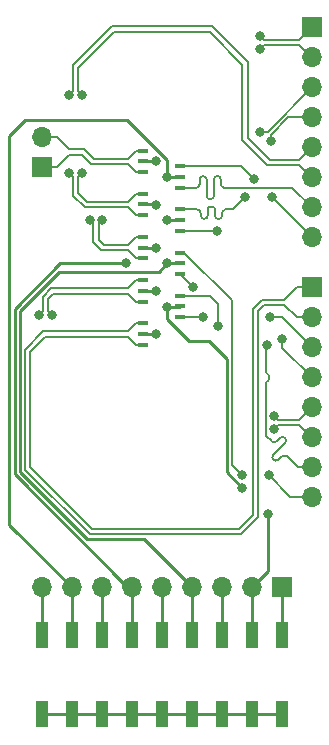
<source format=gtl>
%TF.GenerationSoftware,KiCad,Pcbnew,7.0.5-94-gd77180d9b5*%
%TF.CreationDate,2023-06-13T20:52:47-05:00*%
%TF.ProjectId,Tek P6860 Adapter v.2,54656b20-5036-4383-9630-204164617074,rev?*%
%TF.SameCoordinates,Original*%
%TF.FileFunction,Copper,L1,Top*%
%TF.FilePolarity,Positive*%
%FSLAX46Y46*%
G04 Gerber Fmt 4.6, Leading zero omitted, Abs format (unit mm)*
G04 Created by KiCad (PCBNEW 7.0.5-94-gd77180d9b5) date 2023-06-13 20:52:47*
%MOMM*%
%LPD*%
G01*
G04 APERTURE LIST*
%TA.AperFunction,ComponentPad*%
%ADD10R,1.700000X1.700000*%
%TD*%
%TA.AperFunction,ComponentPad*%
%ADD11O,1.700000X1.700000*%
%TD*%
%TA.AperFunction,SMDPad,CuDef*%
%ADD12R,0.810000X0.410000*%
%TD*%
%TA.AperFunction,SMDPad,CuDef*%
%ADD13R,1.120000X2.160000*%
%TD*%
%TA.AperFunction,ViaPad*%
%ADD14C,0.800000*%
%TD*%
%TA.AperFunction,Conductor*%
%ADD15C,0.200000*%
%TD*%
%TA.AperFunction,Conductor*%
%ADD16C,0.250000*%
%TD*%
G04 APERTURE END LIST*
D10*
%TO.P,J3,1,Pin_1*%
%TO.N,/CLK+*%
X21082000Y-31242000D03*
D11*
%TO.P,J3,2,Pin_2*%
%TO.N,/CLK-*%
X21082000Y-28702000D03*
%TD*%
D12*
%TO.P,J4,A1,D0*%
%TO.N,/D0+*%
X29677000Y-46302000D03*
%TO.P,J4,A2,GND*%
%TO.N,/GND1*%
X29677000Y-45387000D03*
%TO.P,J4,A3,D1*%
%TO.N,/D0-*%
X29677000Y-44482000D03*
%TO.P,J4,A4,D4*%
%TO.N,/D2+*%
X29677000Y-42642000D03*
%TO.P,J4,A5,GND*%
%TO.N,/GND3*%
X29677000Y-41732000D03*
%TO.P,J4,A6,D5*%
%TO.N,/D2-*%
X29677000Y-40822000D03*
%TO.P,J4,A7,D8*%
%TO.N,/D4+*%
X29677000Y-38977000D03*
%TO.P,J4,A8,GND*%
%TO.N,/GND5*%
X29677000Y-38072000D03*
%TO.P,J4,A9,D9*%
%TO.N,/D4-*%
X29677000Y-37162000D03*
%TO.P,J4,A10,D12*%
%TO.N,/D6-*%
X29677000Y-35322000D03*
%TO.P,J4,A11,GND*%
%TO.N,/GND7*%
X29677000Y-34407000D03*
%TO.P,J4,A12,D13*%
%TO.N,/D6+*%
X29677000Y-33502000D03*
%TO.P,J4,A13,CLK+*%
%TO.N,/CLK+*%
X29677000Y-31667000D03*
%TO.P,J4,A14,GND*%
%TO.N,/GND9*%
X29677000Y-30757000D03*
%TO.P,J4,A15,CLK-*%
%TO.N,/CLK-*%
X29677000Y-29847000D03*
%TO.P,J4,B1,D2*%
%TO.N,/D1+*%
X32807000Y-43962000D03*
%TO.P,J4,B2,GND*%
%TO.N,/GND2*%
X32807000Y-43052000D03*
%TO.P,J4,B3,D3*%
%TO.N,/D1-*%
X32812000Y-42142000D03*
%TO.P,J4,B4,D6*%
%TO.N,/D3-*%
X32812000Y-40302000D03*
%TO.P,J4,B5,GND*%
%TO.N,/GND4*%
X32812000Y-39392000D03*
%TO.P,J4,B6,D7*%
%TO.N,/D3+*%
X32812000Y-38482000D03*
%TO.P,J4,B7,D10*%
%TO.N,/D5-*%
X32812000Y-36647000D03*
%TO.P,J4,B8,GND*%
%TO.N,/GND6*%
X32812000Y-35742000D03*
%TO.P,J4,B9,D11*%
%TO.N,/D5+*%
X32812000Y-34832000D03*
%TO.P,J4,B10,D14*%
%TO.N,/D7-*%
X32807000Y-32992000D03*
%TO.P,J4,B11,GND*%
%TO.N,/GND8*%
X32807000Y-32082000D03*
%TO.P,J4,B12,D15*%
%TO.N,/D7+*%
X32812000Y-31172000D03*
%TD*%
D13*
%TO.P,SW1,1*%
%TO.N,/GND1*%
X41402000Y-70866000D03*
%TO.P,SW1,2*%
%TO.N,/GND2*%
X38862000Y-70866000D03*
%TO.P,SW1,3*%
%TO.N,/GND3*%
X36322000Y-70866000D03*
%TO.P,SW1,4*%
%TO.N,/GND4*%
X33782000Y-70866000D03*
%TO.P,SW1,5*%
%TO.N,/GND5*%
X31242000Y-70866000D03*
%TO.P,SW1,6*%
%TO.N,/GND6*%
X28702000Y-70866000D03*
%TO.P,SW1,7*%
%TO.N,/GND7*%
X26162000Y-70866000D03*
%TO.P,SW1,8*%
%TO.N,/GND8*%
X23622000Y-70866000D03*
%TO.P,SW1,9*%
%TO.N,/GND9*%
X21082000Y-70866000D03*
%TO.P,SW1,10*%
%TO.N,/GNDTIE*%
X21082000Y-77596000D03*
%TO.P,SW1,11*%
X23622000Y-77596000D03*
%TO.P,SW1,12*%
X26162000Y-77596000D03*
%TO.P,SW1,13*%
X28702000Y-77596000D03*
%TO.P,SW1,14*%
X31242000Y-77596000D03*
%TO.P,SW1,15*%
X33782000Y-77596000D03*
%TO.P,SW1,16*%
X36322000Y-77596000D03*
%TO.P,SW1,17*%
X38862000Y-77596000D03*
%TO.P,SW1,18*%
X41402000Y-77596000D03*
%TD*%
D10*
%TO.P,J5,1,Pin_1*%
%TO.N,/GND1*%
X41402000Y-66802000D03*
D11*
%TO.P,J5,2,Pin_2*%
%TO.N,/GND2*%
X38862000Y-66802000D03*
%TO.P,J5,3,Pin_3*%
%TO.N,/GND3*%
X36322000Y-66802000D03*
%TO.P,J5,4,Pin_4*%
%TO.N,/GND4*%
X33782000Y-66802000D03*
%TO.P,J5,5,Pin_5*%
%TO.N,/GND5*%
X31242000Y-66802000D03*
%TO.P,J5,6,Pin_6*%
%TO.N,/GND6*%
X28702000Y-66802000D03*
%TO.P,J5,7,Pin_7*%
%TO.N,/GND7*%
X26162000Y-66802000D03*
%TO.P,J5,8,Pin_8*%
%TO.N,/GND8*%
X23622000Y-66802000D03*
%TO.P,J5,9,Pin_9*%
%TO.N,/GND9*%
X21082000Y-66802000D03*
%TD*%
D10*
%TO.P,J2,1,Pin_1*%
%TO.N,/D4+*%
X43942000Y-19427000D03*
D11*
%TO.P,J2,2,Pin_2*%
%TO.N,/D4-*%
X43942000Y-21967000D03*
%TO.P,J2,3,Pin_3*%
%TO.N,/D5-*%
X43942000Y-24507000D03*
%TO.P,J2,4,Pin_4*%
%TO.N,/D5+*%
X43942000Y-27047000D03*
%TO.P,J2,5,Pin_5*%
%TO.N,/D6-*%
X43942000Y-29587000D03*
%TO.P,J2,6,Pin_6*%
%TO.N,/D6+*%
X43942000Y-32127000D03*
%TO.P,J2,7,Pin_7*%
%TO.N,/D7-*%
X43942000Y-34667000D03*
%TO.P,J2,8,Pin_8*%
%TO.N,/D7+*%
X43942000Y-37207000D03*
%TD*%
D10*
%TO.P,J1,1,Pin_1*%
%TO.N,/D0+*%
X43942000Y-41427400D03*
D11*
%TO.P,J1,2,Pin_2*%
%TO.N,/D0-*%
X43942000Y-43967400D03*
%TO.P,J1,3,Pin_3*%
%TO.N,/D1+*%
X43942000Y-46507400D03*
%TO.P,J1,4,Pin_4*%
%TO.N,/D1-*%
X43942000Y-49047400D03*
%TO.P,J1,5,Pin_5*%
%TO.N,/D2+*%
X43942000Y-51587400D03*
%TO.P,J1,6,Pin_6*%
%TO.N,/D2-*%
X43942000Y-54127400D03*
%TO.P,J1,7,Pin_7*%
%TO.N,/D3-*%
X43942000Y-56667400D03*
%TO.P,J1,8,Pin_8*%
%TO.N,/D3+*%
X43942000Y-59207400D03*
%TD*%
D14*
%TO.N,/D1+*%
X40386000Y-43967400D03*
X34747200Y-43967400D03*
%TO.N,/D1-*%
X41427400Y-45770800D03*
X36042600Y-44678600D03*
%TO.N,/D2+*%
X40767000Y-52332400D03*
X21911800Y-43738800D03*
%TO.N,/D2-*%
X40767000Y-53382400D03*
X20861800Y-43738800D03*
%TO.N,/D3-*%
X33909000Y-41442500D03*
X40116700Y-46329600D03*
%TO.N,/D3+*%
X40284400Y-57353200D03*
X38074600Y-57353200D03*
%TO.N,/D4+*%
X25154400Y-35687000D03*
X39573200Y-20172000D03*
%TO.N,/D4-*%
X39573200Y-21222000D03*
X26204400Y-35687000D03*
%TO.N,/D5-*%
X35941000Y-36626800D03*
X39522400Y-28244800D03*
%TO.N,/D5+*%
X38328600Y-33756600D03*
X40487600Y-29057600D03*
%TO.N,/D6-*%
X23427200Y-31775400D03*
X23427200Y-25146000D03*
%TO.N,/D6+*%
X24477200Y-31775400D03*
X24477200Y-25146000D03*
%TO.N,/D7+*%
X39039800Y-32292500D03*
X40538400Y-33807400D03*
%TO.N,/GND1*%
X30759400Y-45389800D03*
%TO.N,/GND3*%
X30759400Y-41732200D03*
%TO.N,/GND5*%
X30759400Y-38074600D03*
%TO.N,/GND7*%
X30759400Y-34417000D03*
%TO.N,/GND9*%
X30759400Y-30759400D03*
%TO.N,/GND2*%
X40233600Y-60579000D03*
X31724600Y-43053000D03*
X38074600Y-58420000D03*
%TO.N,/GND4*%
X31724600Y-39395400D03*
%TO.N,/GND6*%
X31724600Y-35737800D03*
X28244800Y-39407500D03*
%TO.N,/GND8*%
X31699200Y-32080200D03*
%TD*%
D15*
%TO.N,/D0+*%
X43942000Y-41427400D02*
X42666999Y-41427400D01*
X38967200Y-60689000D02*
X37778200Y-61878000D01*
X25315400Y-61878000D02*
X20113200Y-56675800D01*
X37778200Y-61878000D02*
X25315400Y-61878000D01*
X28384499Y-45617000D02*
X29069499Y-46302000D01*
X39734000Y-42472400D02*
X38967200Y-43239200D01*
X20113200Y-56675800D02*
X20113200Y-46880000D01*
X20113200Y-46880000D02*
X21376200Y-45617000D01*
X38967200Y-43239200D02*
X38967200Y-60689000D01*
X29069499Y-46302000D02*
X29677000Y-46302000D01*
X41621999Y-42472400D02*
X39734000Y-42472400D01*
X42666999Y-41427400D02*
X41621999Y-42472400D01*
X21376200Y-45617000D02*
X28384499Y-45617000D01*
%TO.N,/D0-*%
X19663200Y-46693600D02*
X21189800Y-45167000D01*
X39417200Y-60875400D02*
X37964600Y-62328000D01*
X21189800Y-45167000D02*
X28384499Y-45167000D01*
X42666999Y-43967400D02*
X41621999Y-42922400D01*
X39417200Y-43425600D02*
X39417200Y-60875400D01*
X37964600Y-62328000D02*
X25129000Y-62328000D01*
X41621999Y-42922400D02*
X39920400Y-42922400D01*
X39920400Y-42922400D02*
X39417200Y-43425600D01*
X29069499Y-44482000D02*
X29677000Y-44482000D01*
X19663200Y-56862200D02*
X19663200Y-46693600D01*
X43942000Y-43967400D02*
X42666999Y-43967400D01*
X28384499Y-45167000D02*
X29069499Y-44482000D01*
X25129000Y-62328000D02*
X19663200Y-56862200D01*
%TO.N,/D1+*%
X32812400Y-43967400D02*
X32807000Y-43962000D01*
X34747200Y-43967400D02*
X32812400Y-43967400D01*
X41402000Y-43967400D02*
X40386000Y-43967400D01*
X43942000Y-46507400D02*
X41402000Y-43967400D01*
%TO.N,/D1-*%
X43942000Y-49047400D02*
X41427400Y-46532800D01*
X35360200Y-42142000D02*
X32812000Y-42142000D01*
X36042600Y-44678600D02*
X36042600Y-42824400D01*
X36042600Y-42824400D02*
X35360200Y-42142000D01*
X41427400Y-46532800D02*
X41427400Y-45770800D01*
%TO.N,/D2+*%
X43942000Y-51587400D02*
X42897001Y-52632399D01*
X21911800Y-43738800D02*
X21611800Y-43438800D01*
X21611800Y-42394961D02*
X22049761Y-41957000D01*
X28384499Y-41957000D02*
X29069499Y-42642000D01*
X21611800Y-43438800D02*
X21611800Y-42394961D01*
X41066999Y-52632399D02*
X40767000Y-52332400D01*
X29069499Y-42642000D02*
X29677000Y-42642000D01*
X22049761Y-41957000D02*
X28384499Y-41957000D01*
X42897001Y-52632399D02*
X41066999Y-52632399D01*
%TO.N,/D2-*%
X41066999Y-53082401D02*
X40767000Y-53382400D01*
X21161800Y-42208561D02*
X21863361Y-41507000D01*
X28384499Y-41507000D02*
X29069499Y-40822000D01*
X21161800Y-43438800D02*
X21161800Y-42208561D01*
X20861800Y-43738800D02*
X21161800Y-43438800D01*
X29069499Y-40822000D02*
X29677000Y-40822000D01*
X21863361Y-41507000D02*
X28384499Y-41507000D01*
X42897001Y-53082401D02*
X41066999Y-53082401D01*
X43942000Y-54127400D02*
X42897001Y-53082401D01*
%TO.N,/D3-*%
X40346003Y-48879200D02*
X40346003Y-49200198D01*
X40116700Y-46329600D02*
X40067000Y-46379300D01*
X40206502Y-49339699D02*
X40206501Y-49339699D01*
X40067000Y-49541940D02*
X40067000Y-53994481D01*
X41675535Y-54613067D02*
X40685586Y-55603016D01*
X40067000Y-53994481D02*
X40544163Y-54471645D01*
X41109851Y-56027282D02*
X41392693Y-55744439D01*
X40968427Y-54471645D02*
X41251270Y-54188803D01*
X41251270Y-54188803D02*
X41251270Y-54188802D01*
X33909000Y-41399000D02*
X32812000Y-40302000D01*
X40067000Y-49479200D02*
X40067000Y-49541940D01*
X40685586Y-55603016D02*
X40685586Y-55603017D01*
X41392693Y-55744439D02*
X41392694Y-55744439D01*
X41816959Y-55744440D02*
X42739919Y-56667400D01*
X40067000Y-46379300D02*
X40067000Y-48600198D01*
X40206501Y-48739699D02*
X40206502Y-48739699D01*
X42739919Y-56667400D02*
X43942000Y-56667400D01*
X33909000Y-41442500D02*
X33909000Y-41399000D01*
X41675500Y-54613032D02*
G75*
G03*
X41675535Y-54188803I-212100J212132D01*
G01*
X40206501Y-49339700D02*
G75*
G03*
X40067000Y-49479200I-1J-139500D01*
G01*
X40067001Y-48600198D02*
G75*
G03*
X40206501Y-48739699I139499J-2D01*
G01*
X40544164Y-54471644D02*
G75*
G03*
X40968426Y-54471644I212131J212131D01*
G01*
X41675533Y-54188805D02*
G75*
G03*
X41251270Y-54188802I-212133J-212095D01*
G01*
X41816933Y-55744466D02*
G75*
G03*
X41392694Y-55744439I-212133J-212134D01*
G01*
X40685538Y-55602969D02*
G75*
G03*
X40685588Y-56027281I212162J-212131D01*
G01*
X40685588Y-56027281D02*
G75*
G03*
X41109850Y-56027281I212131J212131D01*
G01*
X40346001Y-48879200D02*
G75*
G03*
X40206502Y-48739699I-139501J0D01*
G01*
X40206502Y-49339703D02*
G75*
G03*
X40346003Y-49200198I-2J139503D01*
G01*
%TO.N,/D3+*%
X33112000Y-38482000D02*
X32812000Y-38482000D01*
X37160200Y-42530200D02*
X33112000Y-38482000D01*
X42138600Y-59207400D02*
X40284400Y-57353200D01*
X37160200Y-56438800D02*
X37160200Y-42530200D01*
X43942000Y-59207400D02*
X42138600Y-59207400D01*
X38074600Y-57353200D02*
X37160200Y-56438800D01*
%TO.N,/D4+*%
X26139900Y-38294500D02*
X28386999Y-38294500D01*
X25454400Y-35987000D02*
X25454400Y-37609000D01*
X25454400Y-37609000D02*
X26139900Y-38294500D01*
X29069499Y-38977000D02*
X29677000Y-38977000D01*
X42897001Y-20471999D02*
X39873199Y-20471999D01*
X25154400Y-35687000D02*
X25454400Y-35987000D01*
X39873199Y-20471999D02*
X39573200Y-20172000D01*
X28386999Y-38294500D02*
X29069499Y-38977000D01*
X43942000Y-19427000D02*
X42897001Y-20471999D01*
%TO.N,/D4-*%
X42897001Y-20922001D02*
X39873199Y-20922001D01*
X39873199Y-20922001D02*
X39573200Y-21222000D01*
X29069499Y-37162000D02*
X29677000Y-37162000D01*
X26204400Y-35687000D02*
X25904400Y-35987000D01*
X26326300Y-37844500D02*
X28386999Y-37844500D01*
X25904400Y-37422600D02*
X26326300Y-37844500D01*
X28386999Y-37844500D02*
X29069499Y-37162000D01*
X25904400Y-35987000D02*
X25904400Y-37422600D01*
X43942000Y-21967000D02*
X42897001Y-20922001D01*
%TO.N,/D5-*%
X39522400Y-28244800D02*
X40204200Y-28244800D01*
X35941000Y-36626800D02*
X35920800Y-36647000D01*
X40204200Y-28244800D02*
X43942000Y-24507000D01*
X35920800Y-36647000D02*
X32812000Y-36647000D01*
%TO.N,/D5+*%
X43942000Y-27047000D02*
X41967686Y-27047000D01*
X40501743Y-29043457D02*
X40487600Y-29057600D01*
X36339200Y-35345841D02*
X36339200Y-35132000D01*
X40501743Y-28512943D02*
X40501743Y-29043457D01*
X35245699Y-34619001D02*
X35632701Y-34619001D01*
X35739200Y-34725500D02*
X35739200Y-34832000D01*
X35139200Y-35132000D02*
X35139200Y-34725500D01*
X34539200Y-35132000D02*
X34539200Y-35345847D01*
X37253200Y-34832000D02*
X38328600Y-33756600D01*
X36639200Y-34832000D02*
X37253200Y-34832000D01*
X32812000Y-34832000D02*
X34239200Y-34832000D01*
X35739200Y-34832000D02*
X35739200Y-35345841D01*
X35139200Y-35345847D02*
X35139200Y-35132000D01*
X41967686Y-27047000D02*
X40501743Y-28512943D01*
X35245699Y-34619000D02*
G75*
G03*
X35139200Y-34725500I1J-106500D01*
G01*
X35739199Y-34725500D02*
G75*
G03*
X35632701Y-34619001I-106499J0D01*
G01*
X34539200Y-35132000D02*
G75*
G03*
X34239200Y-34832000I-300000J0D01*
G01*
X36039200Y-35645800D02*
G75*
G03*
X36339200Y-35345841I0J300000D01*
G01*
X34839200Y-35645800D02*
G75*
G03*
X35139200Y-35345847I0J300000D01*
G01*
X36639200Y-34832000D02*
G75*
G03*
X36339200Y-35132000I0J-300000D01*
G01*
X35739159Y-35345841D02*
G75*
G03*
X36039200Y-35645841I300041J41D01*
G01*
X34539153Y-35345847D02*
G75*
G03*
X34839200Y-35645847I300047J47D01*
G01*
%TO.N,/D6-*%
X38528200Y-28786600D02*
X38528200Y-22385800D01*
X27034000Y-19333000D02*
X23727199Y-22639801D01*
X23427200Y-31775400D02*
X23727200Y-32075400D01*
X42897001Y-30631999D02*
X40373599Y-30631999D01*
X23727200Y-32075400D02*
X23727200Y-33660990D01*
X29069499Y-35322000D02*
X29677000Y-35322000D01*
X28384499Y-34637000D02*
X29069499Y-35322000D01*
X24703210Y-34637000D02*
X28384499Y-34637000D01*
X23727199Y-22639801D02*
X23727199Y-24846001D01*
X35475400Y-19333000D02*
X27034000Y-19333000D01*
X23727199Y-24846001D02*
X23427200Y-25146000D01*
X40373599Y-30631999D02*
X38528200Y-28786600D01*
X23727200Y-33660990D02*
X24703210Y-34637000D01*
X38528200Y-22385800D02*
X35475400Y-19333000D01*
X43942000Y-29587000D02*
X42897001Y-30631999D01*
%TO.N,/D6+*%
X42897001Y-31082001D02*
X40187201Y-31082001D01*
X38078200Y-28973000D02*
X38078200Y-22572200D01*
X24177201Y-22826199D02*
X24177201Y-24846001D01*
X24177200Y-33474590D02*
X24889610Y-34187000D01*
X29069499Y-33502000D02*
X29677000Y-33502000D01*
X28384499Y-34187000D02*
X29069499Y-33502000D01*
X38078200Y-22572200D02*
X35289000Y-19783000D01*
X24177201Y-24846001D02*
X24477200Y-25146000D01*
X27220400Y-19783000D02*
X24177201Y-22826199D01*
X24177200Y-32075400D02*
X24177200Y-33474590D01*
X24889610Y-34187000D02*
X28384499Y-34187000D01*
X35289000Y-19783000D02*
X27220400Y-19783000D01*
X40187201Y-31082001D02*
X38078200Y-28973000D01*
X43942000Y-32127000D02*
X42897001Y-31082001D01*
X24477200Y-31775400D02*
X24177200Y-32075400D01*
%TO.N,/D7-*%
X35050600Y-33680439D02*
X35050600Y-32992000D01*
X34450600Y-32303552D02*
X34450600Y-32692000D01*
X41323200Y-32992000D02*
X36550600Y-32992000D01*
X41325800Y-32994600D02*
X41323200Y-32992000D01*
X33692152Y-32992000D02*
X32807000Y-32992000D01*
X35050600Y-32992000D02*
X35050600Y-32303552D01*
X42269600Y-32994600D02*
X41325800Y-32994600D01*
X34150600Y-32992000D02*
X33692152Y-32992000D01*
X36250600Y-32692000D02*
X36250600Y-32303561D01*
X35650600Y-32303561D02*
X35650600Y-32692000D01*
X43942000Y-34667000D02*
X42269600Y-32994600D01*
X35650600Y-32692000D02*
X35650600Y-33680439D01*
X35050648Y-32303552D02*
G75*
G03*
X34750600Y-32003552I-300048J-48D01*
G01*
X35950600Y-32003600D02*
G75*
G03*
X35650600Y-32303561I0J-300000D01*
G01*
X35350600Y-33980400D02*
G75*
G03*
X35650600Y-33680439I0J300000D01*
G01*
X34750600Y-32003600D02*
G75*
G03*
X34450600Y-32303552I0J-300000D01*
G01*
X35050561Y-33680439D02*
G75*
G03*
X35350600Y-33980439I300039J39D01*
G01*
X34150600Y-32992000D02*
G75*
G03*
X34450600Y-32692000I0J300000D01*
G01*
X36250600Y-32692000D02*
G75*
G03*
X36550600Y-32992000I300000J0D01*
G01*
X36250639Y-32303561D02*
G75*
G03*
X35950600Y-32003561I-300039J-39D01*
G01*
%TO.N,/D7+*%
X40542400Y-33807400D02*
X40538400Y-33807400D01*
X39039800Y-32292500D02*
X37919300Y-31172000D01*
X37919300Y-31172000D02*
X32812000Y-31172000D01*
X43942000Y-37207000D02*
X40542400Y-33807400D01*
%TO.N,/CLK+*%
X29677000Y-31667000D02*
X29069499Y-31667000D01*
X23402001Y-30197000D02*
X22357001Y-31242000D01*
X24494000Y-30197000D02*
X23402001Y-30197000D01*
X22357001Y-31242000D02*
X21082000Y-31242000D01*
X25279000Y-30982000D02*
X24494000Y-30197000D01*
X28384499Y-30982000D02*
X25279000Y-30982000D01*
X29069499Y-31667000D02*
X28384499Y-30982000D01*
%TO.N,/CLK-*%
X25465400Y-30532000D02*
X24680400Y-29747000D01*
X22357001Y-28702000D02*
X21082000Y-28702000D01*
X29069499Y-29847000D02*
X28384499Y-30532000D01*
X29677000Y-29847000D02*
X29069499Y-29847000D01*
X24680400Y-29747000D02*
X23402001Y-29747000D01*
X28384499Y-30532000D02*
X25465400Y-30532000D01*
X23402001Y-29747000D02*
X22357001Y-28702000D01*
D16*
%TO.N,/GND1*%
X29679800Y-45389800D02*
X29677000Y-45387000D01*
X41402000Y-66802000D02*
X41402000Y-70866000D01*
X30759400Y-45389800D02*
X29679800Y-45389800D01*
%TO.N,/GND3*%
X29677200Y-41732200D02*
X29677000Y-41732000D01*
X36322000Y-66802000D02*
X36322000Y-70866000D01*
X30759400Y-41732200D02*
X29677200Y-41732200D01*
%TO.N,/GND5*%
X30759400Y-38074600D02*
X29679600Y-38074600D01*
X31242000Y-66802000D02*
X31242000Y-70866000D01*
X29679600Y-38074600D02*
X29677000Y-38072000D01*
%TO.N,/GND7*%
X26162000Y-66802000D02*
X26162000Y-70866000D01*
X30749400Y-34407000D02*
X30759400Y-34417000D01*
X29677000Y-34407000D02*
X30749400Y-34407000D01*
%TO.N,/GND9*%
X21082000Y-66802000D02*
X21082000Y-70866000D01*
X30757000Y-30757000D02*
X30759400Y-30759400D01*
X29677000Y-30757000D02*
X30757000Y-30757000D01*
%TO.N,/GND2*%
X33533600Y-45948600D02*
X35204400Y-45948600D01*
X31724600Y-44139600D02*
X33533600Y-45948600D01*
X32806000Y-43053000D02*
X32807000Y-43052000D01*
X38862000Y-66802000D02*
X38862000Y-70866000D01*
X36735200Y-57055200D02*
X38074600Y-58394600D01*
X31724600Y-43053000D02*
X32806000Y-43053000D01*
X40233600Y-65430400D02*
X38862000Y-66802000D01*
X35204400Y-45948600D02*
X36735200Y-47479400D01*
X38074600Y-58394600D02*
X38074600Y-58420000D01*
X36735200Y-47479400D02*
X36735200Y-57055200D01*
X40233600Y-60579000D02*
X40233600Y-65430400D01*
X31724600Y-43053000D02*
X31724600Y-44139600D01*
%TO.N,/GND4*%
X24907000Y-62753000D02*
X19238200Y-57084200D01*
X30988000Y-40132000D02*
X31724600Y-39395400D01*
X19238200Y-57084200D02*
X19238200Y-43449000D01*
X33782000Y-66802000D02*
X33782000Y-70866000D01*
X32808600Y-39395400D02*
X32812000Y-39392000D01*
X33782000Y-66802000D02*
X29733000Y-62753000D01*
X31724600Y-39395400D02*
X32808600Y-39395400D01*
X22555200Y-40132000D02*
X30988000Y-40132000D01*
X29733000Y-62753000D02*
X24907000Y-62753000D01*
X19238200Y-43449000D02*
X22555200Y-40132000D01*
%TO.N,/GND6*%
X28702000Y-66802000D02*
X28319604Y-66802000D01*
X18788200Y-57270596D02*
X18788200Y-43262604D01*
X28702000Y-66802000D02*
X28702000Y-70866000D01*
X28319604Y-66802000D02*
X18788200Y-57270596D01*
X31724600Y-35737800D02*
X32807800Y-35737800D01*
X18788200Y-43262604D02*
X22643304Y-39407500D01*
X32807800Y-35737800D02*
X32812000Y-35742000D01*
X22643304Y-39407500D02*
X28244800Y-39407500D01*
%TO.N,/GND8*%
X19685000Y-27279600D02*
X18338200Y-28626400D01*
X18338200Y-61518200D02*
X23622000Y-66802000D01*
X28304905Y-27279600D02*
X19685000Y-27279600D01*
X31699200Y-30673895D02*
X28304905Y-27279600D01*
X31699200Y-32080200D02*
X31699200Y-30673895D01*
X31699200Y-32080200D02*
X32805200Y-32080200D01*
X23622000Y-66802000D02*
X23622000Y-70866000D01*
X18338200Y-28626400D02*
X18338200Y-61518200D01*
X32805200Y-32080200D02*
X32807000Y-32082000D01*
%TO.N,/GNDTIE*%
X21082000Y-77596000D02*
X41402000Y-77596000D01*
%TD*%
M02*

</source>
